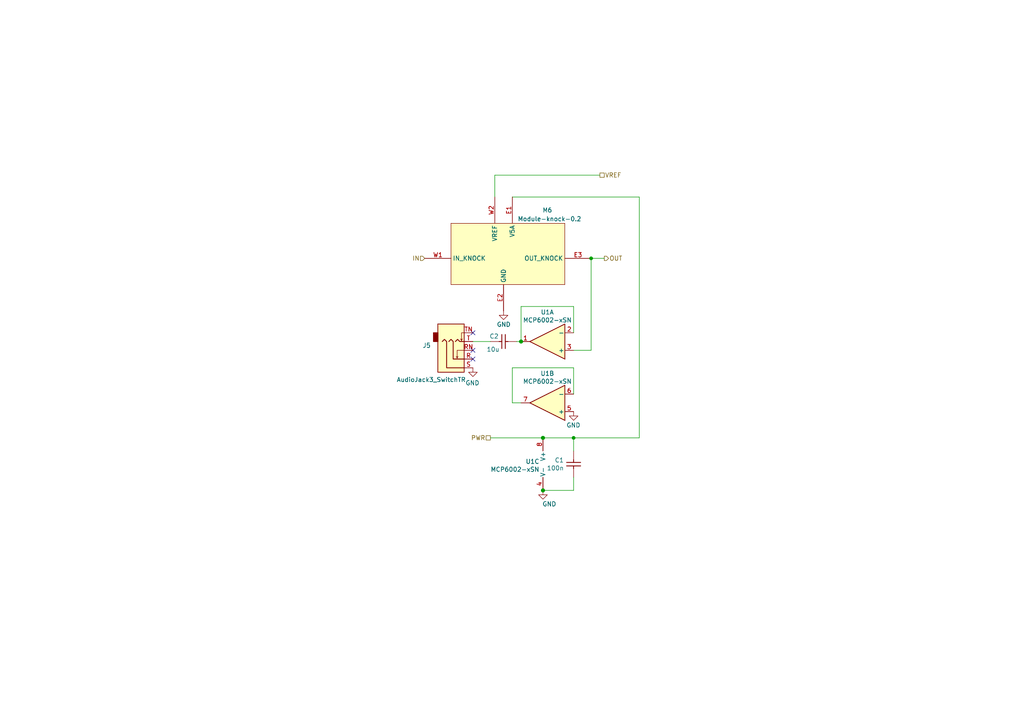
<source format=kicad_sch>
(kicad_sch (version 20230121) (generator eeschema)
  (paper "A4")
  (lib_symbols
    (symbol "Amplifier_Operational:MCP6002-xSN" (pin_names (offset 0.127))
      (property "Reference" "U" (at 0 5.08 0))
      (property "Value" "MCP6002-xSN" (at 0 -5.08 0))
      (symbol "MCP6002-xSN_1_1"
        (polyline (pts (xy -5.08 5.08) (xy 5.08 0) (xy -5.08 -5.08) (xy -5.08 5.08)) (stroke (width 0.254)) (fill (type background)))
        (pin output line (at 7.62 0 180) (length 2.54) (name "~") (number "1"))
        (pin input line (at -7.62 -2.54 0) (length 2.54) (name "-") (number "2"))
        (pin input line (at -7.62 2.54 0) (length 2.54) (name "+") (number "3"))
      )
      (symbol "MCP6002-xSN_2_1"
        (polyline (pts (xy -5.08 5.08) (xy 5.08 0) (xy -5.08 -5.08) (xy -5.08 5.08)) (stroke (width 0.254)) (fill (type background)))
        (pin input line (at -7.62 2.54 0) (length 2.54) (name "+") (number "5"))
        (pin input line (at -7.62 -2.54 0) (length 2.54) (name "-") (number "6"))
        (pin output line (at 7.62 0 180) (length 2.54) (name "~") (number "7"))
      )
      (symbol "MCP6002-xSN_3_1"
        (pin power_in line (at -2.54 -7.62 90) (length 3.81) (name "V-") (number "4"))
        (pin power_in line (at -2.54 7.62 270) (length 3.81) (name "V+") (number "8"))
      )
    )
    (symbol "Connector:AudioJack3_SwitchTR"
      (property "Reference" "J" (at 0 8.89 0))
      (property "Value" "AudioJack3_SwitchTR" (at 0 6.35 0))
      (symbol "AudioJack3_SwitchTR_0_1"
        (rectangle (start -5.08 -5.08) (end -6.35 -7.62) (stroke (width 0.254)) (fill (type outline)))
        (polyline (pts (xy 0.508 -0.254) (xy 0.762 -0.762)))
        (polyline (pts (xy 1.778 -5.334) (xy 2.032 -5.842)))
        (polyline (pts (xy 0 -5.08) (xy 0.635 -5.715) (xy 1.27 -5.08) (xy 2.54 -5.08)) (stroke (width 0.254)))
        (polyline (pts (xy 2.54 -7.62) (xy 1.778 -7.62) (xy 1.778 -5.334) (xy 1.524 -5.842)))
        (polyline (pts (xy 2.54 -2.54) (xy 0.508 -2.54) (xy 0.508 -0.254) (xy 0.254 -0.762)))
        (polyline (pts (xy -1.905 -5.08) (xy -1.27 -5.715) (xy -0.635 -5.08) (xy -0.635 0) (xy 2.54 0)) (stroke (width 0.254)))
        (polyline (pts (xy 2.54 2.54) (xy -2.54 2.54) (xy -2.54 -5.08) (xy -3.175 -5.715) (xy -3.81 -5.08)) (stroke (width 0.254)))
        (rectangle (start 2.54 3.81) (end -5.08 -10.16) (stroke (width 0.254)) (fill (type background)))
      )
      (symbol "AudioJack3_SwitchTR_1_1"
        (pin passive line (at 5.08 0 180) (length 2.54) (name "~") (number "R"))
        (pin passive line (at 5.08 -2.54 180) (length 2.54) (name "~") (number "RN"))
        (pin passive line (at 5.08 2.54 180) (length 2.54) (name "~") (number "S"))
        (pin passive line (at 5.08 -5.08 180) (length 2.54) (name "~") (number "T"))
        (pin passive line (at 5.08 -7.62 180) (length 2.54) (name "~") (number "TN"))
      )
    )
    (symbol "hellen-one-common:Cap" (pin_numbers hide)
      (property "Reference" "C" (at -3.81 2.54 0))
      (property "Value" "Cap" (at -2.54 -1.27 0))
      (symbol "Cap_1_0"
        (polyline (pts (xy -1.27 0) (xy -0.508 0)) (stroke (width 0.254)))
        (polyline (pts (xy -0.508 -2.032) (xy -0.508 2.032)) (stroke (width 0.254)))
        (polyline (pts (xy 0.508 2.032) (xy 0.508 -2.032)) (stroke (width 0.254)))
        (polyline (pts (xy 1.27 0) (xy 0.508 0)) (stroke (width 0.254)))
        (pin passive line (at -3.81 0 0) (length 2.54) (name "") (number "1"))
        (pin passive line (at 3.81 0 180) (length 2.54) (name "") (number "2"))
      )
    )
    (symbol "hellen-one-knock-0.2:Module-knock-0.2"
      (property "Reference" "M" (at 0 0 0))
      (property "Value" "Module-knock-0.2" (at 0 0 0))
      (symbol "Module-knock-0.2_1_0"
        (rectangle (start 33.02 0) (end 0 -17.78) (fill (type background)))
        (pin passive line (at 17.78 7.62 270) (length 7.62) (name "V5A") (number "E1"))
        (pin passive line (at 15.24 -25.4 90) (length 7.62) (name "GND") (number "E2"))
        (pin passive line (at 40.64 -10.16 180) (length 7.62) (name "OUT_KNOCK") (number "E3"))
        (pin passive line (at -7.62 -10.16 0) (length 7.62) (name "IN_KNOCK") (number "W1"))
        (pin passive line (at 12.7 7.62 270) (length 7.62) (name "VREF") (number "W2"))
      )
    )
    (symbol "power:GND" (power) (pin_names (offset 0))
      (property "Value" "GND" (at 0 -3.81 0))
      (symbol "GND_0_1"
        (polyline (pts (xy 0 0) (xy 0 -1.27) (xy 1.27 -1.27) (xy 0 -2.54) (xy -1.27 -1.27) (xy 0 -1.27)))
      )
      (symbol "GND_1_1"
        (pin power_in line (at 0 0 270) (length 0) hide (name "GND") (number "1"))
      )
    )
  )
  (junction (at 171.45 74.93))
  (junction (at 151.13 99.06) (diameter 1.016))
  (junction (at 166.37 127))
  (junction (at 157.48 127) (diameter 1.016))
  (junction (at 157.48 142.24) (diameter 1.016))
  (no_connect (at 137.16 104.14))
  (no_connect (at 137.16 96.52))
  (no_connect (at 137.16 101.6))
  (wire (pts (xy 171.45 74.93) (xy 175.26 74.93)))
  (wire (pts (xy 148.59 106.68) (xy 148.59 116.84)))
  (wire (pts (xy 171.45 74.93) (xy 171.45 101.6)))
  (wire (pts (xy 148.59 57.15) (xy 185.42 57.15)))
  (wire (pts (xy 143.51 50.8) (xy 143.51 57.15)))
  (wire (pts (xy 166.37 130.81) (xy 166.37 127)))
  (wire (pts (xy 151.13 99.06) (xy 149.86 99.06)))
  (wire (pts (xy 173.99 50.8) (xy 143.51 50.8)))
  (wire (pts (xy 151.13 99.06) (xy 151.13 88.9)))
  (wire (pts (xy 142.24 99.06) (xy 137.16 99.06)))
  (wire (pts (xy 166.37 142.24) (xy 166.37 138.43)))
  (wire (pts (xy 185.42 127) (xy 166.37 127)))
  (wire (pts (xy 148.59 116.84) (xy 151.13 116.84)))
  (wire (pts (xy 166.37 101.6) (xy 171.45 101.6)))
  (wire (pts (xy 166.37 127) (xy 157.48 127)))
  (wire (pts (xy 142.24 127) (xy 157.48 127)))
  (wire (pts (xy 151.13 88.9) (xy 166.37 88.9)))
  (wire (pts (xy 166.37 106.68) (xy 148.59 106.68)))
  (wire (pts (xy 166.37 88.9) (xy 166.37 96.52)))
  (wire (pts (xy 157.48 142.24) (xy 166.37 142.24)))
  (wire (pts (xy 185.42 57.15) (xy 185.42 127)))
  (wire (pts (xy 166.37 114.3) (xy 166.37 106.68)))
  (hierarchical_label "IN" (shape input) (at 123.19 74.93 180))
  (hierarchical_label "VREF" (shape passive) (at 173.99 50.8 0))
  (hierarchical_label "PWR" (shape passive) (at 142.24 127 180))
  (hierarchical_label "OUT" (shape output) (at 175.26 74.93 0))
  (symbol (lib_id "power:GND") (at 146.05 90.17 0) (unit 1)
    (property "Reference" "#PWR066" (effects hide))
    (property "Value" "GND" (at 146.1008 94.1134 0))
  )
  (symbol (lib_id "Amplifier_Operational:MCP6002-xSN") (at 154.94 134.62 0) (mirror y) (unit 3)
    (property "Reference" "U1" (at 156.4639 133.8591 0) (effects (justify left)))
    (property "Value" "MCP6002-xSN" (at 156.4639 136.1578 0) (effects (justify left)))
    (property "Footprint" "Package_SO:SOIC-8_3.9x4.9mm_P1.27mm" (effects hide))
    (property "Datasheet" "http://ww1.microchip.com/downloads/en/DeviceDoc/21733j.pdf" (effects hide))
    (property "LCSC" "C7377" (effects hide))
  )
  (symbol (lib_id "Amplifier_Operational:MCP6002-xSN") (at 158.75 99.06 180) (unit 1)
    (property "Reference" "U1" (at 158.75 90.5468 0))
    (property "Value" "MCP6002-xSN" (at 158.75 92.8455 0))
    (property "Footprint" "Package_SO:SOIC-8_3.9x4.9mm_P1.27mm" (effects hide))
    (property "Datasheet" "http://ww1.microchip.com/downloads/en/DeviceDoc/21733j.pdf" (effects hide))
    (property "LCSC" "C7377" (effects hide))
  )
  (symbol (lib_id "power:GND") (at 137.16 106.68 0) (mirror y) (unit 1)
    (property "Reference" "#PWR065" (effects hide))
    (property "Value" "GND" (at 137.033 111.0742 0))
  )
  (symbol (lib_id "hellen-one-knock-0.2:Module-knock-0.2") (at 130.81 64.77 0) (unit 1)
    (property "Reference" "M6" (at 158.75 60.96 0))
    (property "Value" "Module-knock-0.2" (at 159.385 63.5 0))
    (property "Footprint" "hellen-one-knock-0.2:knock" (effects hide))
  )
  (symbol (lib_id "hellen-one-common:Cap") (at 166.37 134.62 270) (mirror x) (unit 1)
    (property "Reference" "C1" (at 163.5759 133.4706 90) (effects (justify right)))
    (property "Value" "100n" (at 163.5759 135.7693 90) (effects (justify right)))
    (property "Footprint" "hellen-one-common:C0603" (effects hide))
    (property "LCSC" "C14663" (effects hide))
  )
  (symbol (lib_id "hellen-one-common:Cap") (at 146.05 99.06 0) (mirror x) (unit 1)
    (property "Reference" "C2" (at 144.6594 97.5359 0) (effects (justify right)))
    (property "Value" "10u" (at 144.9007 101.3459 0) (effects (justify right)))
    (property "Footprint" "hellen-one-common:C0603" (effects hide))
    (property "LCSC" "C19702" (effects hide))
  )
  (symbol (lib_id "power:GND") (at 157.48 142.24 0) (mirror y) (unit 1)
    (property "Reference" "#PWR036" (effects hide))
    (property "Value" "GND" (at 159.3342 146.1834 0))
  )
  (symbol (lib_id "power:GND") (at 166.37 119.38 0) (mirror y) (unit 1)
    (property "Reference" "#PWR068" (effects hide))
    (property "Value" "GND" (at 166.3192 123.3234 0))
  )
  (symbol (lib_id "Connector:AudioJack3_SwitchTR") (at 132.08 104.14 0) (mirror x) (unit 1)
    (property "Reference" "J5" (at 124.9679 100.2041 0) (effects (justify right)))
    (property "Value" "AudioJack3_SwitchTR" (at 135.1279 110.1228 0) (effects (justify right)))
    (property "Footprint" "hellen-one-common:Jack_3.5mm_PJ-3250-5A" (effects hide))
    (property "LCSC" "C165947" (effects hide))
  )
  (symbol (lib_id "Amplifier_Operational:MCP6002-xSN") (at 158.75 116.84 180) (unit 2)
    (property "Reference" "U1" (at 158.75 108.3268 0))
    (property "Value" "MCP6002-xSN" (at 158.75 110.6255 0))
    (property "Footprint" "Package_SO:SOIC-8_3.9x4.9mm_P1.27mm" (effects hide))
    (property "Datasheet" "http://ww1.microchip.com/downloads/en/DeviceDoc/21733j.pdf" (effects hide))
    (property "LCSC" "C7377" (effects hide))
  )
)
</source>
